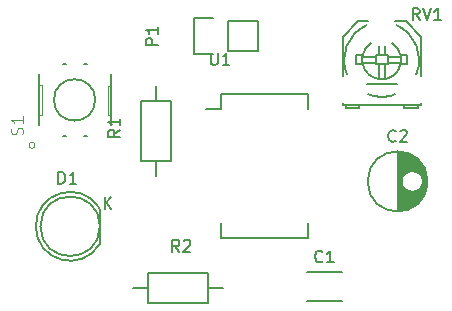
<source format=gbr>
G04 #@! TF.FileFunction,Legend,Top*
%FSLAX46Y46*%
G04 Gerber Fmt 4.6, Leading zero omitted, Abs format (unit mm)*
G04 Created by KiCad (PCBNEW 4.0.5+dfsg1-4) date Tue Aug  7 02:14:06 2018*
%MOMM*%
%LPD*%
G01*
G04 APERTURE LIST*
%ADD10C,0.100000*%
%ADD11C,0.150000*%
%ADD12C,0.050800*%
%ADD13C,0.152400*%
%ADD14C,0.050000*%
G04 APERTURE END LIST*
D10*
D11*
X151150000Y-103350000D02*
X154150000Y-103350000D01*
X154150000Y-105850000D02*
X151150000Y-105850000D01*
X158925000Y-93201000D02*
X158925000Y-98199000D01*
X159065000Y-93209000D02*
X159065000Y-98191000D01*
X159205000Y-93225000D02*
X159205000Y-95605000D01*
X159205000Y-95795000D02*
X159205000Y-98175000D01*
X159345000Y-93249000D02*
X159345000Y-95210000D01*
X159345000Y-96190000D02*
X159345000Y-98151000D01*
X159485000Y-93282000D02*
X159485000Y-95043000D01*
X159485000Y-96357000D02*
X159485000Y-98118000D01*
X159625000Y-93323000D02*
X159625000Y-94936000D01*
X159625000Y-96464000D02*
X159625000Y-98077000D01*
X159765000Y-93373000D02*
X159765000Y-94865000D01*
X159765000Y-96535000D02*
X159765000Y-98027000D01*
X159905000Y-93434000D02*
X159905000Y-94821000D01*
X159905000Y-96579000D02*
X159905000Y-97966000D01*
X160045000Y-93504000D02*
X160045000Y-94802000D01*
X160045000Y-96598000D02*
X160045000Y-97896000D01*
X160185000Y-93586000D02*
X160185000Y-94804000D01*
X160185000Y-96596000D02*
X160185000Y-97814000D01*
X160325000Y-93681000D02*
X160325000Y-94829000D01*
X160325000Y-96571000D02*
X160325000Y-97719000D01*
X160465000Y-93792000D02*
X160465000Y-94877000D01*
X160465000Y-96523000D02*
X160465000Y-97608000D01*
X160605000Y-93920000D02*
X160605000Y-94955000D01*
X160605000Y-96445000D02*
X160605000Y-97480000D01*
X160745000Y-94069000D02*
X160745000Y-95072000D01*
X160745000Y-96328000D02*
X160745000Y-97331000D01*
X160885000Y-94248000D02*
X160885000Y-95260000D01*
X160885000Y-96140000D02*
X160885000Y-97152000D01*
X161025000Y-94467000D02*
X161025000Y-96933000D01*
X161165000Y-94756000D02*
X161165000Y-96644000D01*
X161305000Y-95228000D02*
X161305000Y-96172000D01*
X161000000Y-95700000D02*
G75*
G03X161000000Y-95700000I-900000J0D01*
G01*
X161387500Y-95700000D02*
G75*
G03X161387500Y-95700000I-2537500J0D01*
G01*
X133614888Y-97975096D02*
G75*
G03X133630000Y-101000000I-2484888J-1524904D01*
G01*
X133630000Y-98000000D02*
X133630000Y-101000000D01*
X133647936Y-99500000D02*
G75*
G03X133647936Y-99500000I-2517936J0D01*
G01*
X144470000Y-82130000D02*
X147010000Y-82130000D01*
X141650000Y-81850000D02*
X143200000Y-81850000D01*
X144470000Y-82130000D02*
X144470000Y-84670000D01*
X143200000Y-84950000D02*
X141650000Y-84950000D01*
X141650000Y-84950000D02*
X141650000Y-81850000D01*
X144470000Y-84670000D02*
X147010000Y-84670000D01*
X147010000Y-84670000D02*
X147010000Y-82130000D01*
X137130000Y-93960000D02*
X137130000Y-88880000D01*
X137130000Y-88880000D02*
X139670000Y-88880000D01*
X139670000Y-88880000D02*
X139670000Y-93960000D01*
X139670000Y-93960000D02*
X137130000Y-93960000D01*
X138400000Y-93960000D02*
X138400000Y-95230000D01*
X138400000Y-88880000D02*
X138400000Y-87610000D01*
X137740000Y-103430000D02*
X142820000Y-103430000D01*
X142820000Y-103430000D02*
X142820000Y-105970000D01*
X142820000Y-105970000D02*
X137740000Y-105970000D01*
X137740000Y-105970000D02*
X137740000Y-103430000D01*
X137740000Y-104700000D02*
X136470000Y-104700000D01*
X142820000Y-104700000D02*
X144090000Y-104700000D01*
X157245360Y-85019640D02*
X157245360Y-84257640D01*
X157753360Y-85019640D02*
X157753360Y-84257640D01*
X157245360Y-87051640D02*
G75*
G03X159150360Y-85654640I254000J1651000D01*
G01*
X155848360Y-85527640D02*
G75*
G03X157626360Y-87051640I1651000J127000D01*
G01*
X158896360Y-86289640D02*
G75*
G03X158388360Y-84003640I-1397000J889000D01*
G01*
X156610360Y-84003640D02*
G75*
G03X156102360Y-86289640I889000J-1397000D01*
G01*
X154197360Y-89210640D02*
X154197360Y-89083640D01*
X154197360Y-85400640D02*
X154197360Y-86797640D01*
X160801360Y-89210640D02*
X160801360Y-89083640D01*
X160801360Y-85400640D02*
X160801360Y-86797640D01*
X156356360Y-88321640D02*
X156737360Y-88448640D01*
X156737360Y-88448640D02*
X157499360Y-88575640D01*
X157499360Y-88575640D02*
X158261360Y-88448640D01*
X158261360Y-88448640D02*
X158642360Y-88321640D01*
X156229360Y-87432640D02*
X158769360Y-87432640D01*
X160420360Y-86670640D02*
G75*
G03X158769360Y-82479640I-2921000J1270000D01*
G01*
X156229360Y-82479640D02*
G75*
G03X154578360Y-86670640I1270000J-2921000D01*
G01*
X159531360Y-82098640D02*
X158642360Y-82098640D01*
X156356360Y-82098640D02*
X155467360Y-82098640D01*
X159150360Y-85019640D02*
X159658360Y-85019640D01*
X159658360Y-85019640D02*
X159658360Y-85781640D01*
X159658360Y-85781640D02*
X159150360Y-85781640D01*
X155848360Y-85019640D02*
X155340360Y-85019640D01*
X155340360Y-85019640D02*
X155340360Y-85781640D01*
X155340360Y-85781640D02*
X155848360Y-85781640D01*
X158007360Y-85654640D02*
X159150360Y-85654640D01*
X158007360Y-85146640D02*
X159150360Y-85146640D01*
X156991360Y-85654640D02*
X155848360Y-85654640D01*
X156991360Y-85146640D02*
X155848360Y-85146640D01*
X157753360Y-85781640D02*
X157753360Y-87051640D01*
X157245360Y-85781640D02*
X157245360Y-87051640D01*
X156991360Y-85019640D02*
X156991360Y-85781640D01*
X156991360Y-85781640D02*
X158007360Y-85781640D01*
X158007360Y-85781640D02*
X158007360Y-85019640D01*
X158007360Y-85019640D02*
X156991360Y-85019640D01*
X155467360Y-82098640D02*
X154197360Y-83495640D01*
X154197360Y-83495640D02*
X154197360Y-85400640D01*
X159531360Y-82098640D02*
X160801360Y-83495640D01*
X160801360Y-83495640D02*
X160801360Y-85400640D01*
X160547360Y-89210640D02*
X160547360Y-89464640D01*
X160547360Y-89464640D02*
X159404360Y-89464640D01*
X159404360Y-89464640D02*
X159404360Y-89210640D01*
X154451360Y-89210640D02*
X154451360Y-89464640D01*
X154451360Y-89464640D02*
X155594360Y-89464640D01*
X155594360Y-89464640D02*
X155594360Y-89210640D01*
X154197360Y-89210640D02*
X160801360Y-89210640D01*
D12*
X128452000Y-90070000D02*
X128706000Y-90070000D01*
X128706000Y-87530000D02*
X128706000Y-90070000D01*
X128706000Y-87530000D02*
X128452000Y-87530000D01*
X134294000Y-87657000D02*
X134294000Y-90070000D01*
X134294000Y-87657000D02*
X134548000Y-87657000D01*
X134294000Y-90070000D02*
X134548000Y-90070000D01*
D13*
X134548000Y-90959000D02*
X134548000Y-90070000D01*
X128452000Y-86641000D02*
X128452000Y-87530000D01*
X128452000Y-87530000D02*
X128452000Y-90070000D01*
X128452000Y-90070000D02*
X128452000Y-90959000D01*
X134548000Y-90070000D02*
X134548000Y-87657000D01*
X134548000Y-87657000D02*
X134548000Y-86641000D01*
X132262000Y-85752000D02*
X132516000Y-85752000D01*
X130738000Y-85752000D02*
X130484000Y-85752000D01*
X132262000Y-91848000D02*
X132516000Y-91848000D01*
X130738000Y-91848000D02*
X130484000Y-91848000D01*
X133250000Y-88800000D02*
G75*
G03X133250000Y-88800000I-1750000J0D01*
G01*
D10*
X128150000Y-92650000D02*
G75*
G03X128150000Y-92650000I-250000J0D01*
G01*
D11*
X143935000Y-88305000D02*
X143935000Y-89575000D01*
X151285000Y-88305000D02*
X151285000Y-89575000D01*
X151285000Y-100515000D02*
X151285000Y-99245000D01*
X143935000Y-100515000D02*
X143935000Y-99245000D01*
X143935000Y-88305000D02*
X151285000Y-88305000D01*
X143935000Y-100515000D02*
X151285000Y-100515000D01*
X143935000Y-89575000D02*
X142650000Y-89575000D01*
X152483334Y-102457143D02*
X152435715Y-102504762D01*
X152292858Y-102552381D01*
X152197620Y-102552381D01*
X152054762Y-102504762D01*
X151959524Y-102409524D01*
X151911905Y-102314286D01*
X151864286Y-102123810D01*
X151864286Y-101980952D01*
X151911905Y-101790476D01*
X151959524Y-101695238D01*
X152054762Y-101600000D01*
X152197620Y-101552381D01*
X152292858Y-101552381D01*
X152435715Y-101600000D01*
X152483334Y-101647619D01*
X153435715Y-102552381D02*
X152864286Y-102552381D01*
X153150000Y-102552381D02*
X153150000Y-101552381D01*
X153054762Y-101695238D01*
X152959524Y-101790476D01*
X152864286Y-101838095D01*
X158683334Y-92257143D02*
X158635715Y-92304762D01*
X158492858Y-92352381D01*
X158397620Y-92352381D01*
X158254762Y-92304762D01*
X158159524Y-92209524D01*
X158111905Y-92114286D01*
X158064286Y-91923810D01*
X158064286Y-91780952D01*
X158111905Y-91590476D01*
X158159524Y-91495238D01*
X158254762Y-91400000D01*
X158397620Y-91352381D01*
X158492858Y-91352381D01*
X158635715Y-91400000D01*
X158683334Y-91447619D01*
X159064286Y-91447619D02*
X159111905Y-91400000D01*
X159207143Y-91352381D01*
X159445239Y-91352381D01*
X159540477Y-91400000D01*
X159588096Y-91447619D01*
X159635715Y-91542857D01*
X159635715Y-91638095D01*
X159588096Y-91780952D01*
X159016667Y-92352381D01*
X159635715Y-92352381D01*
X130137905Y-95888381D02*
X130137905Y-94888381D01*
X130376000Y-94888381D01*
X130518858Y-94936000D01*
X130614096Y-95031238D01*
X130661715Y-95126476D01*
X130709334Y-95316952D01*
X130709334Y-95459810D01*
X130661715Y-95650286D01*
X130614096Y-95745524D01*
X130518858Y-95840762D01*
X130376000Y-95888381D01*
X130137905Y-95888381D01*
X131661715Y-95888381D02*
X131090286Y-95888381D01*
X131376000Y-95888381D02*
X131376000Y-94888381D01*
X131280762Y-95031238D01*
X131185524Y-95126476D01*
X131090286Y-95174095D01*
X134043095Y-98047381D02*
X134043095Y-97047381D01*
X134614524Y-98047381D02*
X134185952Y-97475952D01*
X134614524Y-97047381D02*
X134043095Y-97618810D01*
X138552381Y-84138095D02*
X137552381Y-84138095D01*
X137552381Y-83757142D01*
X137600000Y-83661904D01*
X137647619Y-83614285D01*
X137742857Y-83566666D01*
X137885714Y-83566666D01*
X137980952Y-83614285D01*
X138028571Y-83661904D01*
X138076190Y-83757142D01*
X138076190Y-84138095D01*
X138552381Y-82614285D02*
X138552381Y-83185714D01*
X138552381Y-82900000D02*
X137552381Y-82900000D01*
X137695238Y-82995238D01*
X137790476Y-83090476D01*
X137838095Y-83185714D01*
X135352261Y-91337746D02*
X134876070Y-91671080D01*
X135352261Y-91909175D02*
X134352261Y-91909175D01*
X134352261Y-91528222D01*
X134399880Y-91432984D01*
X134447499Y-91385365D01*
X134542737Y-91337746D01*
X134685594Y-91337746D01*
X134780832Y-91385365D01*
X134828451Y-91432984D01*
X134876070Y-91528222D01*
X134876070Y-91909175D01*
X135352261Y-90385365D02*
X135352261Y-90956794D01*
X135352261Y-90671080D02*
X134352261Y-90671080D01*
X134495118Y-90766318D01*
X134590356Y-90861556D01*
X134637975Y-90956794D01*
X140362254Y-101652261D02*
X140028920Y-101176070D01*
X139790825Y-101652261D02*
X139790825Y-100652261D01*
X140171778Y-100652261D01*
X140267016Y-100699880D01*
X140314635Y-100747499D01*
X140362254Y-100842737D01*
X140362254Y-100985594D01*
X140314635Y-101080832D01*
X140267016Y-101128451D01*
X140171778Y-101176070D01*
X139790825Y-101176070D01*
X140743206Y-100747499D02*
X140790825Y-100699880D01*
X140886063Y-100652261D01*
X141124159Y-100652261D01*
X141219397Y-100699880D01*
X141267016Y-100747499D01*
X141314635Y-100842737D01*
X141314635Y-100937975D01*
X141267016Y-101080832D01*
X140695587Y-101652261D01*
X141314635Y-101652261D01*
X160714122Y-82043021D02*
X160380788Y-81566830D01*
X160142693Y-82043021D02*
X160142693Y-81043021D01*
X160523646Y-81043021D01*
X160618884Y-81090640D01*
X160666503Y-81138259D01*
X160714122Y-81233497D01*
X160714122Y-81376354D01*
X160666503Y-81471592D01*
X160618884Y-81519211D01*
X160523646Y-81566830D01*
X160142693Y-81566830D01*
X160999836Y-81043021D02*
X161333169Y-82043021D01*
X161666503Y-81043021D01*
X162523646Y-82043021D02*
X161952217Y-82043021D01*
X162237931Y-82043021D02*
X162237931Y-81043021D01*
X162142693Y-81185878D01*
X162047455Y-81281116D01*
X161952217Y-81328735D01*
D14*
X127082495Y-91722734D02*
X127130160Y-91579738D01*
X127130160Y-91341412D01*
X127082495Y-91246082D01*
X127034829Y-91198416D01*
X126939499Y-91150751D01*
X126844168Y-91150751D01*
X126748838Y-91198416D01*
X126701173Y-91246082D01*
X126653507Y-91341412D01*
X126605842Y-91532073D01*
X126558177Y-91627404D01*
X126510512Y-91675069D01*
X126415181Y-91722734D01*
X126319851Y-91722734D01*
X126224520Y-91675069D01*
X126176855Y-91627404D01*
X126129190Y-91532073D01*
X126129190Y-91293747D01*
X126176855Y-91150751D01*
X127130160Y-90197446D02*
X127130160Y-90769429D01*
X127130160Y-90483438D02*
X126129190Y-90483438D01*
X126272185Y-90578768D01*
X126367516Y-90674099D01*
X126415181Y-90769429D01*
D11*
X143038095Y-84832381D02*
X143038095Y-85641905D01*
X143085714Y-85737143D01*
X143133333Y-85784762D01*
X143228571Y-85832381D01*
X143419048Y-85832381D01*
X143514286Y-85784762D01*
X143561905Y-85737143D01*
X143609524Y-85641905D01*
X143609524Y-84832381D01*
X144609524Y-85832381D02*
X144038095Y-85832381D01*
X144323809Y-85832381D02*
X144323809Y-84832381D01*
X144228571Y-84975238D01*
X144133333Y-85070476D01*
X144038095Y-85118095D01*
M02*

</source>
